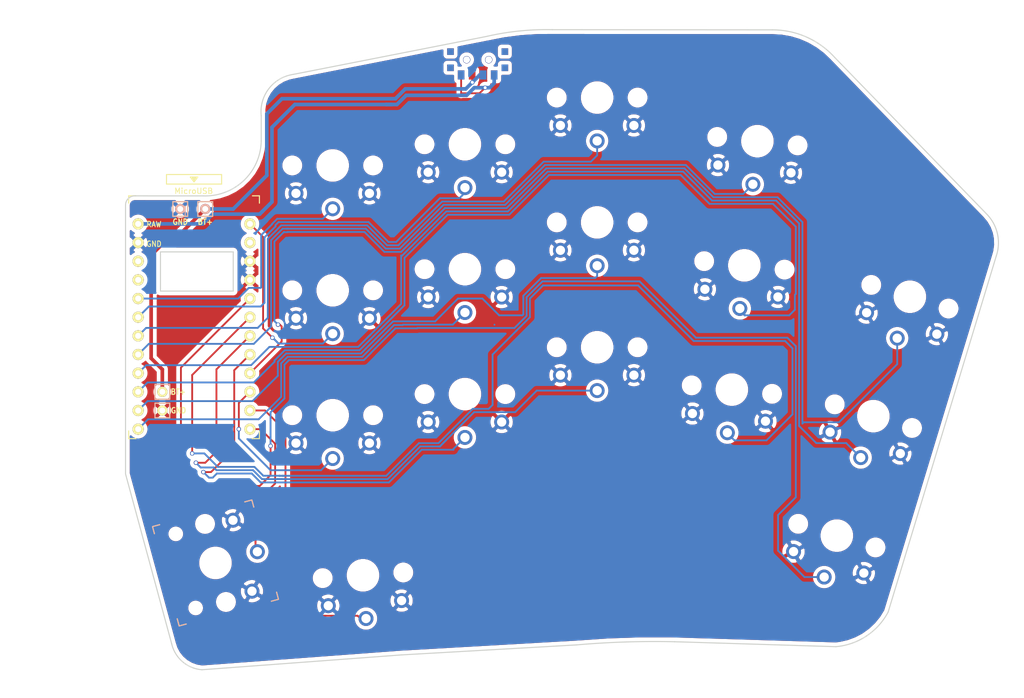
<source format=kicad_pcb>
(kicad_pcb (version 20171130) (host pcbnew "(5.1.10-1-10_14)")
  (title_block (title hypergolic) (date 2020-12-26) (rev 0.1) (company broomlabs))
  (layers (0 F.Cu signal) (31 B.Cu signal) (34 B.Paste user) (35 F.Paste user) (36 B.SilkS user) (37 F.SilkS user) (38 B.Mask user) (39 F.Mask user) (44 Edge.Cuts user))
  (net 0 "")
  (net 1 reset)
  (net 2 BT+)
  (net 3 gnd)
  (net 4 vcc)
  (net 5 Switch18)
  (net 6 Switch1)
  (net 7 Switch2)
  (net 8 Switch3)
  (net 9 Switch4)
  (net 10 Switch5)
  (net 11 Switch6)
  (net 12 Switch7)
  (net 13 Switch8)
  (net 14 Switch9)
  (net 15 Switch10)
  (net 16 Switch11)
  (net 17 Switch12)
  (net 18 Switch13)
  (net 19 Switch14)
  (net 20 Switch15)
  (net 21 Switch16)
  (net 22 Switch17)
  (net 23 "Net-(SW_POWER1-Pad1)")
  (net 24 raw)
  (module kbd:1pin_conn (layer B.Cu) (at 38.506 46.99 180)
    (fp_text reference " " (at 0 -1.651) (layer B.SilkS) (effects (font (size 0.8128 0.8128)) (justify mirror)))
    (fp_text value MountingHole_Pad hide)
    (fp_text user GND (at 0 -1.76) (layer F.SilkS) (effects (font (size 0.75 0.67))))
    (pad 1 thru_hole circle (at 0 0 180) (size 1.397 1.397) (drill 0.8128) (layers *.Cu *.Mask B.SilkS) (net 3 gnd))
  )
  (module Kailh:SW_PG1350_rev_DPB2 (layer B.Cu) (at 77.26 72.189 180)
    (fp_text reference SW17 hide)
    (fp_text value SW_Push hide)
    (pad 2 thru_hole circle (at 5 -3.8 180) (size 2.032 2.032) (drill 1.27) (layers *.Cu *.Mask) (net 3 gnd))
    (pad "" np_thru_hole circle (at 0 0 180) (size 3.429 3.429) (drill 3.429) (layers *.Cu *.Mask))
    (pad 2 thru_hole circle (at -5 -3.8 180) (size 2.032 2.032) (drill 1.27) (layers *.Cu *.Mask) (net 3 gnd))
    (pad 1 thru_hole circle (at 0 -5.9 180) (size 2.032 2.032) (drill 1.27) (layers *.Cu *.Mask) (net 19 Switch14))
    (pad "" np_thru_hole circle (at 5.5 0 180) (size 1.7018 1.7018) (drill 1.7018) (layers *.Cu *.Mask))
    (pad "" np_thru_hole circle (at -5.5 0 180) (size 1.7018 1.7018) (drill 1.7018) (layers *.Cu *.Mask))
  )
  (module Kailh:SW_PG1350_rev_DPB2 (layer B.Cu) (at 59.26 58.064 180)
    (fp_text reference SW12 hide)
    (fp_text value SW_Push hide)
    (pad 2 thru_hole circle (at 5 -3.8 180) (size 2.032 2.032) (drill 1.27) (layers *.Cu *.Mask) (net 3 gnd))
    (pad "" np_thru_hole circle (at 0 0 180) (size 3.429 3.429) (drill 3.429) (layers *.Cu *.Mask))
    (pad 2 thru_hole circle (at -5 -3.8 180) (size 2.032 2.032) (drill 1.27) (layers *.Cu *.Mask) (net 3 gnd))
    (pad 1 thru_hole circle (at 0 -5.9 180) (size 2.032 2.032) (drill 1.27) (layers *.Cu *.Mask) (net 15 Switch10))
    (pad "" np_thru_hole circle (at 5.5 0 180) (size 1.7018 1.7018) (drill 1.7018) (layers *.Cu *.Mask))
    (pad "" np_thru_hole circle (at -5.5 0 180) (size 1.7018 1.7018) (drill 1.7018) (layers *.Cu *.Mask))
  )
  (module Kailh:SW_PG1350_rev_DPB2 (layer B.Cu) (at 59.26 75.064 180)
    (fp_text reference SW18 hide)
    (fp_text value SW_Push hide)
    (pad 2 thru_hole circle (at 5 -3.8 180) (size 2.032 2.032) (drill 1.27) (layers *.Cu *.Mask) (net 3 gnd))
    (pad "" np_thru_hole circle (at 0 0 180) (size 3.429 3.429) (drill 3.429) (layers *.Cu *.Mask))
    (pad 2 thru_hole circle (at -5 -3.8 180) (size 2.032 2.032) (drill 1.27) (layers *.Cu *.Mask) (net 3 gnd))
    (pad 1 thru_hole circle (at 0 -5.9 180) (size 2.032 2.032) (drill 1.27) (layers *.Cu *.Mask) (net 20 Switch15))
    (pad "" np_thru_hole circle (at 5.5 0 180) (size 1.7018 1.7018) (drill 1.7018) (layers *.Cu *.Mask))
    (pad "" np_thru_hole circle (at -5.5 0 180) (size 1.7018 1.7018) (drill 1.7018) (layers *.Cu *.Mask))
  )
  (module Kailh:SW_PG1350_rev_DPB2 (layer B.Cu) (at 117.073725 37.758733 174)
    (fp_text reference SW3 hide)
    (fp_text value SW_Push hide)
    (pad 2 thru_hole circle (at 5 -3.8 174) (size 2.032 2.032) (drill 1.27) (layers *.Cu *.Mask) (net 3 gnd))
    (pad "" np_thru_hole circle (at 0 0 174) (size 3.429 3.429) (drill 3.429) (layers *.Cu *.Mask))
    (pad 2 thru_hole circle (at -5 -3.8 174) (size 2.032 2.032) (drill 1.27) (layers *.Cu *.Mask) (net 3 gnd))
    (pad 1 thru_hole circle (at 0 -5.9 174) (size 2.032 2.032) (drill 1.27) (layers *.Cu *.Mask) (net 7 Switch2))
    (pad "" np_thru_hole circle (at 5.5 0 174) (size 1.7018 1.7018) (drill 1.7018) (layers *.Cu *.Mask))
    (pad "" np_thru_hole circle (at -5.5 0 174) (size 1.7018 1.7018) (drill 1.7018) (layers *.Cu *.Mask))
  )
  (module Kailh:SW_PG1350_rev_DPB2 (layer B.Cu) (at 63.383714 96.856146 184)
    (fp_text reference SW20 hide)
    (fp_text value SW_Push hide)
    (pad 2 thru_hole circle (at 5 -3.8 184) (size 2.032 2.032) (drill 1.27) (layers *.Cu *.Mask) (net 3 gnd))
    (pad "" np_thru_hole circle (at 0 0 184) (size 3.429 3.429) (drill 3.429) (layers *.Cu *.Mask))
    (pad 2 thru_hole circle (at -5 -3.8 184) (size 2.032 2.032) (drill 1.27) (layers *.Cu *.Mask) (net 3 gnd))
    (pad 1 thru_hole circle (at 0 -5.9 184) (size 2.032 2.032) (drill 1.27) (layers *.Cu *.Mask) (net 21 Switch16))
    (pad "" np_thru_hole circle (at 5.5 0 184) (size 1.7018 1.7018) (drill 1.7018) (layers *.Cu *.Mask))
    (pad "" np_thru_hole circle (at -5.5 0 184) (size 1.7018 1.7018) (drill 1.7018) (layers *.Cu *.Mask))
  )
  (module Kailh:SW_PG1350_rev_DPB2 (layer B.Cu) (at 95.26 65.814 180)
    (fp_text reference SW16 hide)
    (fp_text value SW_Push hide)
    (pad 2 thru_hole circle (at 5 -3.8 180) (size 2.032 2.032) (drill 1.27) (layers *.Cu *.Mask) (net 3 gnd))
    (pad "" np_thru_hole circle (at 0 0 180) (size 3.429 3.429) (drill 3.429) (layers *.Cu *.Mask))
    (pad 2 thru_hole circle (at -5 -3.8 180) (size 2.032 2.032) (drill 1.27) (layers *.Cu *.Mask) (net 3 gnd))
    (pad 1 thru_hole circle (at 0 -5.9 180) (size 2.032 2.032) (drill 1.27) (layers *.Cu *.Mask) (net 18 Switch13))
    (pad "" np_thru_hole circle (at 5.5 0 180) (size 1.7018 1.7018) (drill 1.7018) (layers *.Cu *.Mask))
    (pad "" np_thru_hole circle (at -5.5 0 180) (size 1.7018 1.7018) (drill 1.7018) (layers *.Cu *.Mask))
  )
  (module Kailh:SW_PG1350_rev_DPB2 (layer B.Cu) (at 113.599306 71.577387 174)
    (fp_text reference SW15 hide)
    (fp_text value SW_Push hide)
    (pad 2 thru_hole circle (at 5 -3.8 174) (size 2.032 2.032) (drill 1.27) (layers *.Cu *.Mask) (net 3 gnd))
    (pad "" np_thru_hole circle (at 0 0 174) (size 3.429 3.429) (drill 3.429) (layers *.Cu *.Mask))
    (pad 2 thru_hole circle (at -5 -3.8 174) (size 2.032 2.032) (drill 1.27) (layers *.Cu *.Mask) (net 3 gnd))
    (pad 1 thru_hole circle (at 0 -5.9 174) (size 2.032 2.032) (drill 1.27) (layers *.Cu *.Mask) (net 17 Switch12))
    (pad "" np_thru_hole circle (at 5.5 0 174) (size 1.7018 1.7018) (drill 1.7018) (layers *.Cu *.Mask))
    (pad "" np_thru_hole circle (at -5.5 0 174) (size 1.7018 1.7018) (drill 1.7018) (layers *.Cu *.Mask))
  )
  (module Kailh:SW_PG1350_rev_DPB2 (layer B.Cu) (at 77.26 55.184 180)
    (fp_text reference SW11 hide)
    (fp_text value SW_Push hide)
    (pad 2 thru_hole circle (at 5 -3.8 180) (size 2.032 2.032) (drill 1.27) (layers *.Cu *.Mask) (net 3 gnd))
    (pad "" np_thru_hole circle (at 0 0 180) (size 3.429 3.429) (drill 3.429) (layers *.Cu *.Mask))
    (pad 2 thru_hole circle (at -5 -3.8 180) (size 2.032 2.032) (drill 1.27) (layers *.Cu *.Mask) (net 3 gnd))
    (pad 1 thru_hole circle (at 0 -5.9 180) (size 2.032 2.032) (drill 1.27) (layers *.Cu *.Mask) (net 14 Switch9))
    (pad "" np_thru_hole circle (at 5.5 0 180) (size 1.7018 1.7018) (drill 1.7018) (layers *.Cu *.Mask))
    (pad "" np_thru_hole circle (at -5.5 0 180) (size 1.7018 1.7018) (drill 1.7018) (layers *.Cu *.Mask))
  )
  (module Kailh:SW_PG1350_rev_DPB2 (layer B.Cu) (at 95.26 48.814 180)
    (fp_text reference SW10 hide)
    (fp_text value SW_Push hide)
    (pad 2 thru_hole circle (at 5 -3.8 180) (size 2.032 2.032) (drill 1.27) (layers *.Cu *.Mask) (net 3 gnd))
    (pad "" np_thru_hole circle (at 0 0 180) (size 3.429 3.429) (drill 3.429) (layers *.Cu *.Mask))
    (pad 2 thru_hole circle (at -5 -3.8 180) (size 2.032 2.032) (drill 1.27) (layers *.Cu *.Mask) (net 3 gnd))
    (pad 1 thru_hole circle (at 0 -5.9 180) (size 2.032 2.032) (drill 1.27) (layers *.Cu *.Mask) (net 13 Switch8))
    (pad "" np_thru_hole circle (at 5.5 0 180) (size 1.7018 1.7018) (drill 1.7018) (layers *.Cu *.Mask))
    (pad "" np_thru_hole circle (at -5.5 0 180) (size 1.7018 1.7018) (drill 1.7018) (layers *.Cu *.Mask))
  )
  (module Kailh:SW_PG1350_rev_DPB2 (layer B.Cu) (at 115.296801 54.665619 174)
    (fp_text reference SW9 hide)
    (fp_text value SW_Push hide)
    (pad 2 thru_hole circle (at 5 -3.8 174) (size 2.032 2.032) (drill 1.27) (layers *.Cu *.Mask) (net 3 gnd))
    (pad "" np_thru_hole circle (at 0 0 174) (size 3.429 3.429) (drill 3.429) (layers *.Cu *.Mask))
    (pad 2 thru_hole circle (at -5 -3.8 174) (size 2.032 2.032) (drill 1.27) (layers *.Cu *.Mask) (net 3 gnd))
    (pad 1 thru_hole circle (at 0 -5.9 174) (size 2.032 2.032) (drill 1.27) (layers *.Cu *.Mask) (net 12 Switch7))
    (pad "" np_thru_hole circle (at 5.5 0 174) (size 1.7018 1.7018) (drill 1.7018) (layers *.Cu *.Mask))
    (pad "" np_thru_hole circle (at -5.5 0 174) (size 1.7018 1.7018) (drill 1.7018) (layers *.Cu *.Mask))
  )
  (module Kailh:SW_PG1350_rev_DPB2 (layer B.Cu) (at 77.26 38.184 180)
    (fp_text reference SW5 hide)
    (fp_text value SW_Push hide)
    (pad 2 thru_hole circle (at 5 -3.8 180) (size 2.032 2.032) (drill 1.27) (layers *.Cu *.Mask) (net 3 gnd))
    (pad "" np_thru_hole circle (at 0 0 180) (size 3.429 3.429) (drill 3.429) (layers *.Cu *.Mask))
    (pad 2 thru_hole circle (at -5 -3.8 180) (size 2.032 2.032) (drill 1.27) (layers *.Cu *.Mask) (net 3 gnd))
    (pad 1 thru_hole circle (at 0 -5.9 180) (size 2.032 2.032) (drill 1.27) (layers *.Cu *.Mask) (net 9 Switch4))
    (pad "" np_thru_hole circle (at 5.5 0 180) (size 1.7018 1.7018) (drill 1.7018) (layers *.Cu *.Mask))
    (pad "" np_thru_hole circle (at -5.5 0 180) (size 1.7018 1.7018) (drill 1.7018) (layers *.Cu *.Mask))
  )
  (module Kailh:SW_PG1350_rev_DPB2 (layer B.Cu) (at 95.26 31.824 180)
    (fp_text reference SW4 hide)
    (fp_text value SW_Push hide)
    (pad 2 thru_hole circle (at 5 -3.8 180) (size 2.032 2.032) (drill 1.27) (layers *.Cu *.Mask) (net 3 gnd))
    (pad "" np_thru_hole circle (at 0 0 180) (size 3.429 3.429) (drill 3.429) (layers *.Cu *.Mask))
    (pad 2 thru_hole circle (at -5 -3.8 180) (size 2.032 2.032) (drill 1.27) (layers *.Cu *.Mask) (net 3 gnd))
    (pad 1 thru_hole circle (at 0 -5.9 180) (size 2.032 2.032) (drill 1.27) (layers *.Cu *.Mask) (net 8 Switch3))
    (pad "" np_thru_hole circle (at 5.5 0 180) (size 1.7018 1.7018) (drill 1.7018) (layers *.Cu *.Mask))
    (pad "" np_thru_hole circle (at -5.5 0 180) (size 1.7018 1.7018) (drill 1.7018) (layers *.Cu *.Mask))
  )
  (module Kailh:SW_PG1350_rev_DPB2 (layer B.Cu) (at 59.26 41.064 180)
    (fp_text reference SW6 hide)
    (fp_text value SW_Push hide)
    (pad 2 thru_hole circle (at 5 -3.8 180) (size 2.032 2.032) (drill 1.27) (layers *.Cu *.Mask) (net 3 gnd))
    (pad "" np_thru_hole circle (at 0 0 180) (size 3.429 3.429) (drill 3.429) (layers *.Cu *.Mask))
    (pad 2 thru_hole circle (at -5 -3.8 180) (size 2.032 2.032) (drill 1.27) (layers *.Cu *.Mask) (net 3 gnd))
    (pad 1 thru_hole circle (at 0 -5.9 180) (size 2.032 2.032) (drill 1.27) (layers *.Cu *.Mask) (net 10 Switch5))
    (pad "" np_thru_hole circle (at 5.5 0 180) (size 1.7018 1.7018) (drill 1.7018) (layers *.Cu *.Mask))
    (pad "" np_thru_hole circle (at -5.5 0 180) (size 1.7018 1.7018) (drill 1.7018) (layers *.Cu *.Mask))
  )
  (module Kailh:SW_PG1350_rev_DPB2 (layer B.Cu) (at 127.888988 91.454224 163)
    (fp_text reference SW14 hide)
    (fp_text value SW_Push hide)
    (pad 2 thru_hole circle (at 5 -3.8 163) (size 2.032 2.032) (drill 1.27) (layers *.Cu *.Mask) (net 3 gnd))
    (pad "" np_thru_hole circle (at 0 0 163) (size 3.429 3.429) (drill 3.429) (layers *.Cu *.Mask))
    (pad 2 thru_hole circle (at -5 -3.8 163) (size 2.032 2.032) (drill 1.27) (layers *.Cu *.Mask) (net 3 gnd))
    (pad 1 thru_hole circle (at 0 -5.9 163) (size 2.032 2.032) (drill 1.27) (layers *.Cu *.Mask) (net 16 Switch11))
    (pad "" np_thru_hole circle (at 5.5 0 163) (size 1.7018 1.7018) (drill 1.7018) (layers *.Cu *.Mask))
    (pad "" np_thru_hole circle (at -5.5 0 163) (size 1.7018 1.7018) (drill 1.7018) (layers *.Cu *.Mask))
  )
  (module Kailh:SW_PG1350_rev_DPB2 (layer B.Cu) (at 132.860751 75.192229 163)
    (fp_text reference SW8 hide)
    (fp_text value SW_Push hide)
    (pad 2 thru_hole circle (at 5 -3.8 163) (size 2.032 2.032) (drill 1.27) (layers *.Cu *.Mask) (net 3 gnd))
    (pad "" np_thru_hole circle (at 0 0 163) (size 3.429 3.429) (drill 3.429) (layers *.Cu *.Mask))
    (pad 2 thru_hole circle (at -5 -3.8 163) (size 2.032 2.032) (drill 1.27) (layers *.Cu *.Mask) (net 3 gnd))
    (pad 1 thru_hole circle (at 0 -5.9 163) (size 2.032 2.032) (drill 1.27) (layers *.Cu *.Mask) (net 11 Switch6))
    (pad "" np_thru_hole circle (at 5.5 0 163) (size 1.7018 1.7018) (drill 1.7018) (layers *.Cu *.Mask))
    (pad "" np_thru_hole circle (at -5.5 0 163) (size 1.7018 1.7018) (drill 1.7018) (layers *.Cu *.Mask))
  )
  (module Kailh:SW_PG1350_rev_DPB2 (layer B.Cu) (at 137.831046 58.935086 163)
    (fp_text reference SW2 hide)
    (fp_text value SW_Push hide)
    (pad 2 thru_hole circle (at 5 -3.8 163) (size 2.032 2.032) (drill 1.27) (layers *.Cu *.Mask) (net 3 gnd))
    (pad "" np_thru_hole circle (at 0 0 163) (size 3.429 3.429) (drill 3.429) (layers *.Cu *.Mask))
    (pad 2 thru_hole circle (at -5 -3.8 163) (size 2.032 2.032) (drill 1.27) (layers *.Cu *.Mask) (net 3 gnd))
    (pad 1 thru_hole circle (at 0 -5.9 163) (size 2.032 2.032) (drill 1.27) (layers *.Cu *.Mask) (net 6 Switch1))
    (pad "" np_thru_hole circle (at 5.5 0 163) (size 1.7018 1.7018) (drill 1.7018) (layers *.Cu *.Mask))
    (pad "" np_thru_hole circle (at -5.5 0 163) (size 1.7018 1.7018) (drill 1.7018) (layers *.Cu *.Mask))
  )
  (module Kailh:SW_PG1350_15_reversible_b2 (layer B.Cu) (at 43.306288 95.174258 285)
    (fp_text reference SW21 hide)
    (fp_text value SW_Push hide)
    (pad "" np_thru_hole circle (at -5.5 0 285) (size 1.7018 1.7018) (drill 1.7018) (layers *.Cu *.Mask))
    (pad "" np_thru_hole circle (at 5.5 0 285) (size 1.7018 1.7018) (drill 1.7018) (layers *.Cu *.Mask))
    (pad "" np_thru_hole circle (at 5.22 4.2 285) (size 0.9906 0.9906) (drill 0.9906) (layers *.Cu *.Mask))
    (pad 1 thru_hole circle (at 0 -5.9 285) (size 2.032 2.032) (drill 1.27) (layers *.Cu *.Mask) (net 22 Switch17))
    (pad 2 thru_hole circle (at -5 -3.8 285) (size 2.032 2.032) (drill 1.27) (layers *.Cu *.Mask) (net 3 gnd))
    (pad "" np_thru_hole circle (at 0 0 285) (size 3.429 3.429) (drill 3.429) (layers *.Cu *.Mask))
    (pad 2 thru_hole circle (at 5 -3.8 285) (size 2.032 2.032) (drill 1.27) (layers *.Cu *.Mask) (net 3 gnd))
    (pad "" np_thru_hole circle (at -5.22 4.2 285) (size 0.9906 0.9906) (drill 0.9906) (layers *.Cu *.Mask))
  )
  (module Kailh:SPDT_C128955r (layer F.Cu) (at 78.994 26.67)
    (fp_text reference " " (at 0 -1) (layer F.SilkS))
    (fp_text value SW_SPDT)
    (pad 2 smd rect (at -0.75 2.075) (size 0.9 1.25) (layers F.Cu F.Paste F.Mask) (net 2 BT+))
    (pad 3 smd rect (at -2.25 2.075) (size 0.9 1.25) (layers F.Cu F.Paste F.Mask) (net 24 raw))
    (pad 1 smd rect (at 2.25 2.075) (size 0.9 1.25) (layers F.Cu F.Paste F.Mask))
    (pad 0 smd rect (at 3.7 -1.1) (size 0.9 0.9) (layers F.Cu F.Paste F.Mask))
    (pad 0 smd rect (at 3.7 1.1) (size 0.9 0.9) (layers F.Cu F.Paste F.Mask))
    (pad 0 smd rect (at -3.7 1.1) (size 0.9 0.9) (layers F.Cu F.Paste F.Mask))
    (pad 0 smd rect (at -3.7 -1.1) (size 0.9 0.9) (layers F.Cu F.Paste F.Mask))
  )
  (module kbd:1pin_conn (layer F.Cu) (at 36.068 71.882)
    (fp_text reference BT+ (at 2.162 0) (layer F.SilkS) (effects (font (size 0.75 0.67))))
    (fp_text value Val** hide)
    (fp_text user " " (at 0 1.651) (layer B.SilkS) (effects (font (size 0.8128 0.8128)) (justify mirror)))
    (pad 1 thru_hole circle (at 0 0) (size 1.397 1.397) (drill 0.8128) (layers *.Cu *.Mask F.SilkS) (net 2 BT+))
  )
  (module kbd:1pin_conn (layer F.Cu) (at 36.068 74.422)
    (fp_text reference GND (at 2.202 0) (layer F.SilkS) (effects (font (size 0.75 0.67))))
    (fp_text value MountingHole_Pad hide)
    (fp_text user " " (at 0 1.651) (layer B.SilkS) (effects (font (size 0.8128 0.8128)) (justify mirror)))
    (pad 1 thru_hole circle (at 0 0) (size 1.397 1.397) (drill 0.8128) (layers *.Cu *.Mask F.SilkS) (net 3 gnd))
  )
  (module kbd:ProMicro_DPB (layer F.Cu) (at 40.386 63.5)
    (fp_text reference U1 hide)
    (fp_text value ProMicro-kbd hide)
    (fp_text user MicroUSB (at -0.05 -18.95) (layer F.SilkS) (effects (font (size 0.75 0.75) (thickness 0.12))))
    (fp_text user RAW (at -5.456 -14.42 unlocked) (layer F.SilkS) (effects (font (size 0.75 0.67) (thickness 0.125))))
    (fp_text user GND (at -5.456 -11.75 unlocked) (layer F.SilkS) (effects (font (size 0.75 0.67) (thickness 0.125))))
    (fp_text user "" (at -0.545 -17.4) (layer F.SilkS))
    (fp_text user "" (at -1.2515 -16.256) (layer B.SilkS) (effects (justify mirror)))
    (fp_text user | (at -1.2065 -16.256) (layer B.SilkS) (effects (justify mirror)))
    (pad 1 thru_hole circle (at 7.6114 -14.478) (size 1.524 1.524) (drill 0.8128) (layers *.Cu *.Mask F.SilkS) (net 15 Switch10))
    (pad 2 thru_hole circle (at 7.6114 -11.938) (size 1.524 1.524) (drill 0.8128) (layers *.Cu *.Mask F.SilkS) (net 5 Switch18))
    (pad 3 thru_hole circle (at 7.6114 -9.398) (size 1.524 1.524) (drill 0.8128) (layers *.Cu *.Mask F.SilkS) (net 3 gnd))
    (pad 4 thru_hole circle (at 7.6114 -6.858) (size 1.524 1.524) (drill 0.8128) (layers *.Cu *.Mask F.SilkS) (net 3 gnd))
    (pad 5 thru_hole circle (at 7.6114 -4.318) (size 1.524 1.524) (drill 0.8128) (layers *.Cu *.Mask F.SilkS) (net 16 Switch11))
    (pad 6 thru_hole circle (at 7.6114 -1.778) (size 1.524 1.524) (drill 0.8128) (layers *.Cu *.Mask F.SilkS) (net 17 Switch12))
    (pad 7 thru_hole circle (at 7.6114 0.762) (size 1.524 1.524) (drill 0.8128) (layers *.Cu *.Mask F.SilkS) (net 18 Switch13))
    (pad 8 thru_hole circle (at 7.6114 3.302) (size 1.524 1.524) (drill 0.8128) (layers *.Cu *.Mask F.SilkS) (net 19 Switch14))
    (pad 9 thru_hole circle (at 7.6114 5.842) (size 1.524 1.524) (drill 0.8128) (layers *.Cu *.Mask F.SilkS) (net 6 Switch1))
    (pad 10 thru_hole circle (at 7.6114 8.382) (size 1.524 1.524) (drill 0.8128) (layers *.Cu *.Mask F.SilkS) (net 20 Switch15))
    (pad 11 thru_hole circle (at 7.6114 10.922) (size 1.524 1.524) (drill 0.8128) (layers *.Cu *.Mask F.SilkS) (net 21 Switch16))
    (pad 12 thru_hole circle (at 7.6114 13.462) (size 1.524 1.524) (drill 0.8128) (layers *.Cu *.Mask F.SilkS) (net 22 Switch17))
    (pad 13 thru_hole circle (at -7.6086 13.462) (size 1.524 1.524) (drill 0.8128) (layers *.Cu *.Mask F.SilkS) (net 14 Switch9))
    (pad 14 thru_hole circle (at -7.6086 10.922) (size 1.524 1.524) (drill 0.8128) (layers *.Cu *.Mask F.SilkS) (net 13 Switch8))
    (pad 15 thru_hole circle (at -7.6086 8.382) (size 1.524 1.524) (drill 0.8128) (layers *.Cu *.Mask F.SilkS) (net 12 Switch7))
    (pad 16 thru_hole circle (at -7.6086 5.842) (size 1.524 1.524) (drill 0.8128) (layers *.Cu *.Mask F.SilkS) (net 11 Switch6))
    (pad 17 thru_hole circle (at -7.6086 3.302) (size 1.524 1.524) (drill 0.8128) (layers *.Cu *.Mask F.SilkS) (net 7 Switch2))
    (pad 18 thru_hole circle (at -7.6086 0.762) (size 1.524 1.524) (drill 0.8128) (layers *.Cu *.Mask F.SilkS) (net 8 Switch3))
    (pad 19 thru_hole circle (at -7.6086 -1.778) (size 1.524 1.524) (drill 0.8128) (layers *.Cu *.Mask F.SilkS) (net 9 Switch4))
    (pad 20 thru_hole circle (at -7.6086 -4.318) (size 1.524 1.524) (drill 0.8128) (layers *.Cu *.Mask F.SilkS) (net 10 Switch5))
    (pad 21 thru_hole circle (at -7.6086 -6.858) (size 1.524 1.524) (drill 0.8128) (layers *.Cu *.Mask F.SilkS) (net 4 vcc))
    (pad 22 thru_hole circle (at -7.6086 -9.398) (size 1.524 1.524) (drill 0.8128) (layers *.Cu *.Mask F.SilkS) (net 1 reset))
    (pad 23 thru_hole circle (at -7.6086 -11.938) (size 1.524 1.524) (drill 0.8128) (layers *.Cu *.Mask F.SilkS) (net 3 gnd))
    (pad 24 thru_hole circle (at -7.6086 -14.478) (size 1.524 1.524) (drill 0.8128) (layers *.Cu *.Mask F.SilkS) (net 24 raw))
  )
  (module kbd:1pin_conn (layer B.Cu) (at 41.91 46.99 180)
    (fp_text reference " " (at 0 -1.651) (layer B.SilkS) (effects (font (size 0.8128 0.8128)) (justify mirror)))
    (fp_text value Val** hide)
    (fp_text user BT+ (at 0 -1.76) (layer F.SilkS) (effects (font (size 0.75 0.67))))
    (pad 1 thru_hole circle (at 0 0 180) (size 1.397 1.397) (drill 0.8128) (layers *.Cu *.Mask B.SilkS) (net 2 BT+))
  )
  (module Kailh:SPDT_C128955 (layer B.Cu) (at 78.994 26.67 180)
    (fp_text reference " " (at 0 1) (layer B.SilkS) (effects (justify mirror)))
    (fp_text value SW_SPDT)
    (pad 0 smd rect (at -3.7 1.1 180) (size 0.9 0.9) (layers B.Cu B.Paste B.Mask))
    (pad 0 smd rect (at -3.7 -1.1 180) (size 0.9 0.9) (layers B.Cu B.Paste B.Mask))
    (pad 0 smd rect (at 3.7 -1.1 180) (size 0.9 0.9) (layers B.Cu B.Paste B.Mask))
    (pad 0 smd rect (at 3.7 1.1 180) (size 0.9 0.9) (layers B.Cu B.Paste B.Mask))
    (pad 1 smd rect (at 2.25 -2.075 180) (size 0.9 1.25) (layers B.Cu B.Paste B.Mask) (net 23 "Net-(SW_POWER1-Pad1)"))
    (pad 3 smd rect (at -2.25 -2.075 180) (size 0.9 1.25) (layers B.Cu B.Paste B.Mask) (net 24 raw))
    (pad 2 smd rect (at -0.75 -2.075 180) (size 0.9 1.25) (layers B.Cu B.Paste B.Mask) (net 2 BT+))
    (pad "" np_thru_hole circle (at -1.5 0 180) (size 1 1) (drill 0.9) (layers *.Cu *.Mask))
    (pad "" np_thru_hole circle (at 1.5 0 180) (size 1 1) (drill 0.9) (layers *.Cu *.Mask))
  )
  (gr_line (start 45.72 52.832) (end 35.814 52.832) (layer Edge.Cuts) (width 0.15))
  (gr_line (start 45.72 58.166) (end 45.72 52.832) (layer Edge.Cuts) (width 0.15))
  (gr_line (start 35.814 58.166) (end 45.72 58.166) (layer Edge.Cuts) (width 0.15))
  (gr_line (start 35.814 52.832) (end 35.814 58.166) (layer Edge.Cuts) (width 0.15))
  (gr_line (start 68.58 107.696) (end 41.468179 109.712721) (layer Edge.Cuts) (width 0.15))
  (gr_line (start 92.447796 106.331441) (end 68.58 107.696) (layer Edge.Cuts) (width 0.15))
  (gr_arc (start 41.80488 105.140721) (end 41.468179 109.712721) (angle 72.78788107) (layer Edge.Cuts) (width 0.15))
  (gr_arc (start 88.368079 58.96879) (end 80.226393 23.495399) (angle 14.16454563) (layer Edge.Cuts) (width 0.15))
  (gr_arc (start 103.100718 229.109279) (end 105.808454 105.899903) (angle -6.21786713) (layer Edge.Cuts) (width 0.15))
  (gr_line (start 37.338 106.172) (end 31.05832 83.058) (angle 90) (layer Edge.Cuts) (width 0.15))
  (gr_line (start 89.154528 22.581567) (end 119.126 22.606) (angle 90) (layer Edge.Cuts) (width 0.15))
  (gr_line (start 127.752953 106.574416) (end 105.808454 105.899903) (layer Edge.Cuts) (width 0.15))
  (gr_arc (start 41.91 37.59061) (end 49.53 37.736151) (angle 90.81459567) (layer Edge.Cuts) (width 0.15))
  (gr_arc (start 54.627507 33.74391) (end 49.53 34.29) (angle 87.32605082) (layer Edge.Cuts) (width 0.15))
  (gr_arc (start 126.992097 97.695133) (end 134.874 101.854) (angle 57.28409331) (layer Edge.Cuts) (width 0.15))
  (gr_line (start 127.583515 26.34735) (end 148.254161 47.64932) (angle 90) (layer Edge.Cuts) (width 0.15))
  (gr_arc (start 144.313701 51.591296) (end 148.254161 47.64932) (angle 63.29582795) (layer Edge.Cuts) (width 0.15))
  (gr_line (start 49.53 37.736151) (end 49.53 34.29) (angle 90) (layer Edge.Cuts) (width 0.15))
  (gr_arc (start 32.32832 46.472) (end 31.05832 46.482) (angle 94.05555909) (layer Edge.Cuts) (width 0.15))
  (gr_arc (start 119.126 34.036) (end 119.126 22.606) (angle 47.72631099) (layer Edge.Cuts) (width 0.15))
  (gr_line (start 32.408164 45.204473) (end 41.656141 45.207771) (angle 90) (layer Edge.Cuts) (width 0.15))
  (gr_line (start 149.606 53.34) (end 134.874 101.854) (angle 90) (layer Edge.Cuts) (width 0.15))
  (gr_line (start 31.05832 83.058) (end 31.05832 46.482) (angle 90) (layer Edge.Cuts) (width 0.15))
  (gr_line (start 53.844201 28.67743) (end 80.226393 23.495399) (angle 90) (layer Edge.Cuts) (width 0.15))
  (segment (start 81.28 62.738) (end 81.279998 62.737998) (width 0.25) (layer B.Cu) (net 0))
  (segment (start 32.7774 54.102) (end 32.908782 54.102) (width 0.25) (layer F.Cu) (net 1))
  (segment (start 79.273666 28.745) (end 79.744 28.745) (width 0.5) (layer B.Cu) (net 2))
  (segment (start 77.377333 30.641333) (end 78.266333 29.752333) (width 0.5) (layer B.Cu) (net 2))
  (segment (start 69.140647 30.641333) (end 77.377333 30.641333) (width 0.5) (layer B.Cu) (net 2))
  (segment (start 52.34401 31.98399) (end 67.79799 31.98399) (width 0.5) (layer B.Cu) (net 2))
  (segment (start 50.292 34.036) (end 52.34401 31.98399) (width 0.5) (layer B.Cu) (net 2))
  (segment (start 67.79799 31.98399) (end 69.140647 30.641333) (width 0.5) (layer B.Cu) (net 2))
  (segment (start 45.72 46.99) (end 50.292 42.418) (width 0.5) (layer B.Cu) (net 2))
  (segment (start 41.91 46.99) (end 45.72 46.99) (width 0.5) (layer B.Cu) (net 2))
  (segment (start 50.292 42.418) (end 50.292 34.036) (width 0.5) (layer B.Cu) (net 2))
  (segment (start 78.266333 29.752333) (end 79.273666 28.745) (width 0.5) (layer B.Cu) (net 2))
  (via (at 78.266333 29.752333) (size 0.6) (drill 0.4) (layers F.Cu B.Cu) (net 2))
  (segment (start 78.266333 28.767333) (end 78.244 28.745) (width 0.25) (layer F.Cu) (net 2))
  (segment (start 78.266333 29.752333) (end 78.266333 28.767333) (width 0.25) (layer F.Cu) (net 2))
  (segment (start 36.068 68.834) (end 36.068 71.882) (width 0.5) (layer F.Cu) (net 2))
  (segment (start 34.544 67.31) (end 36.068 68.834) (width 0.5) (layer F.Cu) (net 2))
  (segment (start 34.544 53.279968) (end 34.544 67.31) (width 0.5) (layer F.Cu) (net 2))
  (segment (start 36.261968 51.562) (end 34.544 53.279968) (width 0.5) (layer F.Cu) (net 2))
  (segment (start 36.322 51.562) (end 36.261968 51.562) (width 0.5) (layer F.Cu) (net 2))
  (segment (start 36.449 51.435) (end 36.322 51.562) (width 0.5) (layer F.Cu) (net 2))
  (segment (start 37.465 51.435) (end 36.449 51.435) (width 0.5) (layer F.Cu) (net 2))
  (segment (start 41.91 46.99) (end 37.465 51.435) (width 0.5) (layer F.Cu) (net 2))
  (via (at 51.816 62.738) (size 0.6) (drill 0.4) (layers F.Cu B.Cu) (net 6))
  (segment (start 52.3154 65.024) (end 47.9974 69.342) (width 0.25) (layer F.Cu) (net 6))
  (segment (start 51.816 62.738) (end 51.32434 62.24634) (width 0.25) (layer B.Cu) (net 6))
  (segment (start 52.07 62.738) (end 52.3154 62.9834) (width 0.25) (layer F.Cu) (net 6))
  (segment (start 51.816 62.738) (end 52.07 62.738) (width 0.25) (layer F.Cu) (net 6))
  (segment (start 52.3154 62.9834) (end 52.3154 65.024) (width 0.25) (layer F.Cu) (net 6))
  (segment (start 51.32434 52.56166) (end 51.32434 52.30766) (width 0.25) (layer B.Cu) (net 6))
  (segment (start 51.32434 62.24634) (end 51.32434 52.56166) (width 0.25) (layer B.Cu) (net 6))
  (segment (start 128.192672 76.023328) (end 136.106053 68.109947) (width 0.25) (layer B.Cu) (net 6))
  (segment (start 123.377692 76.023328) (end 128.192672 76.023328) (width 0.25) (layer B.Cu) (net 6))
  (segment (start 111.081771 45.391837) (end 119.813838 45.391838) (width 0.25) (layer B.Cu) (net 6))
  (segment (start 107.139967 41.450033) (end 111.081771 45.391837) (width 0.25) (layer B.Cu) (net 6))
  (segment (start 51.32434 52.56166) (end 51.32434 51.42289) (width 0.25) (layer B.Cu) (net 6))
  (segment (start 52.662835 50.122835) (end 52.688959 50.148959) (width 0.25) (layer B.Cu) (net 6))
  (segment (start 51.32434 51.42289) (end 52.624395 50.122835) (width 0.25) (layer B.Cu) (net 6))
  (segment (start 52.624395 50.122835) (end 52.662835 50.122835) (width 0.25) (layer B.Cu) (net 6))
  (segment (start 107.13001 41.45999) (end 107.139967 41.450033) (width 0.25) (layer B.Cu) (net 6))
  (segment (start 52.688959 50.148959) (end 53.103451 50.148959) (width 0.25) (layer B.Cu) (net 6))
  (segment (start 63.584835 50.122835) (end 66.294 52.832) (width 0.25) (layer B.Cu) (net 6))
  (segment (start 136.106053 68.109947) (end 136.106053 64.577284) (width 0.25) (layer B.Cu) (net 6))
  (segment (start 82.9228 46.87402) (end 88.33683 41.45999) (width 0.25) (layer B.Cu) (net 6))
  (segment (start 123.20102 48.77902) (end 123.20102 76.2) (width 0.25) (layer B.Cu) (net 6))
  (segment (start 53.103451 50.148959) (end 53.129575 50.122835) (width 0.25) (layer B.Cu) (net 6))
  (segment (start 53.129575 50.122835) (end 63.584835 50.122835) (width 0.25) (layer B.Cu) (net 6))
  (segment (start 119.813838 45.391838) (end 123.20102 48.77902) (width 0.25) (layer B.Cu) (net 6))
  (segment (start 66.294 52.832) (end 68.57718 52.832) (width 0.25) (layer B.Cu) (net 6))
  (segment (start 123.20102 76.2) (end 123.377692 76.023328) (width 0.25) (layer B.Cu) (net 6))
  (segment (start 68.57718 52.832) (end 74.53516 46.87402) (width 0.25) (layer B.Cu) (net 6))
  (segment (start 74.53516 46.87402) (end 82.9228 46.87402) (width 0.25) (layer B.Cu) (net 6))
  (segment (start 88.33683 41.45999) (end 107.13001 41.45999) (width 0.25) (layer B.Cu) (net 6))
  (segment (start 53.197175 49.672825) (end 52.943175 49.672825) (width 0.25) (layer B.Cu) (net 7))
  (segment (start 34.230399 65.349001) (end 32.7774 66.802) (width 0.25) (layer B.Cu) (net 7))
  (segment (start 48.519161 65.349001) (end 34.230399 65.349001) (width 0.25) (layer B.Cu) (net 7))
  (segment (start 50.87433 51.99567) (end 50.87433 62.993832) (width 0.25) (layer B.Cu) (net 7))
  (segment (start 50.87433 62.993832) (end 48.519161 65.349001) (width 0.25) (layer B.Cu) (net 7))
  (segment (start 53.197175 49.672825) (end 52.437995 49.672825) (width 0.25) (layer B.Cu) (net 7))
  (segment (start 50.87433 51.23649) (end 50.87433 51.99567) (width 0.25) (layer B.Cu) (net 7))
  (segment (start 52.437995 49.672825) (end 50.87433 51.23649) (width 0.25) (layer B.Cu) (net 7))
  (segment (start 111.268172 44.941828) (end 115.141591 44.941828) (width 0.25) (layer B.Cu) (net 7))
  (segment (start 107.326368 41.000024) (end 111.268172 44.941828) (width 0.25) (layer B.Cu) (net 7))
  (segment (start 115.141591 44.941828) (end 116.457007 43.626412) (width 0.25) (layer B.Cu) (net 7))
  (segment (start 88.160386 41.000024) (end 107.326368 41.000024) (width 0.25) (layer B.Cu) (net 7))
  (segment (start 82.7364 46.42401) (end 88.160386 41.000024) (width 0.25) (layer B.Cu) (net 7))
  (segment (start 66.4804 52.38199) (end 68.39078 52.38199) (width 0.25) (layer B.Cu) (net 7))
  (segment (start 63.771236 49.672826) (end 66.4804 52.38199) (width 0.25) (layer B.Cu) (net 7))
  (segment (start 74.34876 46.42401) (end 82.7364 46.42401) (width 0.25) (layer B.Cu) (net 7))
  (segment (start 68.39078 52.38199) (end 74.34876 46.42401) (width 0.25) (layer B.Cu) (net 7))
  (segment (start 53.197175 49.672825) (end 63.771236 49.672826) (width 0.25) (layer B.Cu) (net 7))
  (segment (start 32.7746 64.262) (end 32.7746 64.772202) (width 0.25) (layer B.Cu) (net 8))
  (segment (start 95.26 39.688028) (end 95.26 37.724) (width 0.25) (layer B.Cu) (net 8))
  (segment (start 94.398014 40.550014) (end 95.26 39.688028) (width 0.25) (layer B.Cu) (net 8))
  (segment (start 32.7774 64.262) (end 33.864401 63.174999) (width 0.25) (layer B.Cu) (net 8))
  (segment (start 33.864401 63.174999) (end 49.053437 63.174999) (width 0.25) (layer B.Cu) (net 8))
  (segment (start 63.957637 49.222817) (end 66.6668 51.93198) (width 0.25) (layer B.Cu) (net 8))
  (segment (start 87.973986 40.550014) (end 94.398014 40.550014) (width 0.25) (layer B.Cu) (net 8))
  (segment (start 49.053437 63.174999) (end 50.42432 61.804116) (width 0.25) (layer B.Cu) (net 8))
  (segment (start 50.42432 51.05009) (end 52.251595 49.222815) (width 0.25) (layer B.Cu) (net 8))
  (segment (start 74.16236 45.974) (end 82.55 45.974) (width 0.25) (layer B.Cu) (net 8))
  (segment (start 66.6668 51.93198) (end 68.20438 51.93198) (width 0.25) (layer B.Cu) (net 8))
  (segment (start 52.251595 49.222815) (end 62.791185 49.222815) (width 0.25) (layer B.Cu) (net 8))
  (segment (start 62.791185 49.222815) (end 63.957637 49.222817) (width 0.25) (layer B.Cu) (net 8))
  (segment (start 50.42432 61.804116) (end 50.42432 51.05009) (width 0.25) (layer B.Cu) (net 8))
  (segment (start 68.20438 51.93198) (end 74.16236 45.974) (width 0.25) (layer B.Cu) (net 8))
  (segment (start 82.55 45.974) (end 87.973986 40.550014) (width 0.25) (layer B.Cu) (net 8))
  (segment (start 77.26 44.77598) (end 77.26 44.084) (width 0.25) (layer B.Cu) (net 9))
  (segment (start 76.51199 45.52399) (end 77.26 44.77598) (width 0.25) (layer B.Cu) (net 9))
  (segment (start 62.733195 48.772805) (end 64.144038 48.772808) (width 0.25) (layer B.Cu) (net 9))
  (segment (start 49.458999 60.269001) (end 49.97431 59.75369) (width 0.25) (layer B.Cu) (net 9))
  (segment (start 66.8532 51.48197) (end 67.89803 51.48197) (width 0.25) (layer B.Cu) (net 9))
  (segment (start 49.97431 59.75369) (end 49.97431 50.86369) (width 0.25) (layer B.Cu) (net 9))
  (segment (start 64.144038 48.772808) (end 66.8532 51.48197) (width 0.25) (layer B.Cu) (net 9))
  (segment (start 49.97431 50.86369) (end 51.473209 49.364791) (width 0.25) (layer B.Cu) (net 9))
  (segment (start 51.473209 49.364791) (end 51.473209 49.192577) (width 0.25) (layer B.Cu) (net 9))
  (segment (start 51.473209 49.192577) (end 51.892981 48.772805) (width 0.25) (layer B.Cu) (net 9))
  (segment (start 51.892981 48.772805) (end 62.733195 48.772805) (width 0.25) (layer B.Cu) (net 9))
  (segment (start 32.7774 61.722) (end 34.230399 60.269001) (width 0.25) (layer B.Cu) (net 9))
  (segment (start 67.89803 51.48197) (end 73.85601 45.52399) (width 0.25) (layer B.Cu) (net 9))
  (segment (start 34.230399 60.269001) (end 49.458999 60.269001) (width 0.25) (layer B.Cu) (net 9))
  (segment (start 73.85601 45.52399) (end 76.51199 45.52399) (width 0.25) (layer B.Cu) (net 9))
  (segment (start 46.388638 59.182) (end 32.7774 59.182) (width 0.25) (layer B.Cu) (net 10))
  (segment (start 47.841637 57.729001) (end 46.388638 59.182) (width 0.25) (layer B.Cu) (net 10))
  (segment (start 49.447599 57.729001) (end 47.841637 57.729001) (width 0.25) (layer B.Cu) (net 10))
  (segment (start 49.5243 57.6523) (end 49.447599 57.729001) (width 0.25) (layer B.Cu) (net 10))
  (segment (start 49.5243 50.5517) (end 49.5243 57.6523) (width 0.25) (layer B.Cu) (net 10))
  (segment (start 51.706581 48.322795) (end 51.0232 49.006176) (width 0.25) (layer B.Cu) (net 10))
  (segment (start 57.901205 48.322795) (end 51.706581 48.322795) (width 0.25) (layer B.Cu) (net 10))
  (segment (start 51.0232 49.0528) (end 49.5243 50.5517) (width 0.25) (layer B.Cu) (net 10))
  (segment (start 51.0232 49.006176) (end 51.0232 49.0528) (width 0.25) (layer B.Cu) (net 10))
  (segment (start 59.26 46.964) (end 57.901205 48.322795) (width 0.25) (layer B.Cu) (net 10))
  (segment (start 33.864401 68.254999) (end 32.7774 69.342) (width 0.25) (layer B.Cu) (net 11))
  (segment (start 63.955283 64.53901) (end 64.374146 64.120146) (width 0.25) (layer B.Cu) (net 11))
  (segment (start 64.374146 64.120146) (end 62.73033 65.763962) (width 0.25) (layer B.Cu) (net 11))
  (segment (start 62.73033 65.763962) (end 52.854038 65.763962) (width 0.25) (layer B.Cu) (net 11))
  (segment (start 52.854038 65.763962) (end 52.55134 65.763962) (width 0.25) (layer B.Cu) (net 11))
  (segment (start 52.854038 65.763962) (end 50.6442 65.763962) (width 0.25) (layer B.Cu) (net 11))
  (segment (start 48.153163 68.254999) (end 33.864401 68.254999) (width 0.25) (layer B.Cu) (net 11))
  (segment (start 50.6442 65.763962) (end 48.153163 68.254999) (width 0.25) (layer B.Cu) (net 11))
  (segment (start 129.166938 78.859062) (end 129.166938 78.865607) (width 0.25) (layer B.Cu) (net 11))
  (segment (start 68.58 59.914293) (end 68.58 53.34) (width 0.25) (layer B.Cu) (net 11))
  (segment (start 68.58 53.34) (end 68.70559 53.34) (width 0.25) (layer B.Cu) (net 11))
  (segment (start 125.087062 78.859062) (end 129.166938 78.859062) (width 0.25) (layer B.Cu) (net 11))
  (segment (start 74.721561 47.324029) (end 83.109201 47.324029) (width 0.25) (layer B.Cu) (net 11))
  (segment (start 68.70559 53.34) (end 74.721561 47.324029) (width 0.25) (layer B.Cu) (net 11))
  (segment (start 83.109201 47.324029) (end 88.52323 41.91) (width 0.25) (layer B.Cu) (net 11))
  (segment (start 88.52323 41.91) (end 106.963524 41.91) (width 0.25) (layer B.Cu) (net 11))
  (segment (start 122.75101 48.96542) (end 122.75101 76.52301) (width 0.25) (layer B.Cu) (net 11))
  (segment (start 106.963524 41.91) (end 110.895372 45.841846) (width 0.25) (layer B.Cu) (net 11))
  (segment (start 129.166938 78.865607) (end 131.135758 80.834427) (width 0.25) (layer B.Cu) (net 11))
  (segment (start 119.627436 45.841846) (end 122.75101 48.96542) (width 0.25) (layer B.Cu) (net 11))
  (segment (start 110.895372 45.841846) (end 119.627436 45.841846) (width 0.25) (layer B.Cu) (net 11))
  (segment (start 64.374146 64.120146) (end 68.58 59.914293) (width 0.25) (layer B.Cu) (net 11))
  (segment (start 122.75101 76.52301) (end 125.087062 78.859062) (width 0.25) (layer B.Cu) (net 11))
  (segment (start 51.343051 67.782949) (end 48.521501 70.604499) (width 0.25) (layer B.Cu) (net 12))
  (segment (start 52.73774 66.213972) (end 51.343051 67.608661) (width 0.25) (layer B.Cu) (net 12))
  (segment (start 34.054901 70.604499) (end 32.7774 71.882) (width 0.25) (layer B.Cu) (net 12))
  (segment (start 62.916731 66.213971) (end 52.73774 66.213972) (width 0.25) (layer B.Cu) (net 12))
  (segment (start 74.907962 47.774038) (end 69.03001 53.65199) (width 0.25) (layer B.Cu) (net 12))
  (segment (start 69.03001 53.65199) (end 69.030009 60.100694) (width 0.25) (layer B.Cu) (net 12))
  (segment (start 114.680083 60.533298) (end 115.316 61.169215) (width 0.25) (layer B.Cu) (net 12))
  (segment (start 122.174 58.674) (end 122.301 58.547) (width 0.25) (layer B.Cu) (net 12))
  (segment (start 106.62201 42.36001) (end 88.70963 42.36001) (width 0.25) (layer B.Cu) (net 12))
  (segment (start 115.316 61.468) (end 121.412 61.468) (width 0.25) (layer B.Cu) (net 12))
  (segment (start 122.174 60.706) (end 122.174 58.674) (width 0.25) (layer B.Cu) (net 12))
  (segment (start 48.521501 70.604499) (end 34.054901 70.604499) (width 0.25) (layer B.Cu) (net 12))
  (segment (start 51.343051 67.608661) (end 51.343051 67.782949) (width 0.25) (layer B.Cu) (net 12))
  (segment (start 122.301 49.403) (end 119.189856 46.291856) (width 0.25) (layer B.Cu) (net 12))
  (segment (start 69.030009 60.100694) (end 62.916731 66.213971) (width 0.25) (layer B.Cu) (net 12))
  (segment (start 119.189856 46.291856) (end 110.553856 46.291856) (width 0.25) (layer B.Cu) (net 12))
  (segment (start 122.301 58.547) (end 122.301 49.403) (width 0.25) (layer B.Cu) (net 12))
  (segment (start 121.412 61.468) (end 122.174 60.706) (width 0.25) (layer B.Cu) (net 12))
  (segment (start 110.553856 46.291856) (end 106.62201 42.36001) (width 0.25) (layer B.Cu) (net 12))
  (segment (start 115.316 61.169215) (end 115.316 61.468) (width 0.25) (layer B.Cu) (net 12))
  (segment (start 88.70963 42.36001) (end 83.2956 47.774038) (width 0.25) (layer B.Cu) (net 12))
  (segment (start 83.2956 47.774038) (end 74.907962 47.774038) (width 0.25) (layer B.Cu) (net 12))
  (segment (start 34.054901 73.144499) (end 32.7774 74.422) (width 0.25) (layer B.Cu) (net 13))
  (segment (start 48.343663 73.144499) (end 34.054901 73.144499) (width 0.25) (layer B.Cu) (net 13))
  (segment (start 51.793061 69.695101) (end 48.343663 73.144499) (width 0.25) (layer B.Cu) (net 13))
  (segment (start 52.924141 66.663981) (end 51.793061 67.795061) (width 0.25) (layer B.Cu) (net 13))
  (segment (start 51.793061 67.795061) (end 51.793061 69.695101) (width 0.25) (layer B.Cu) (net 13))
  (segment (start 63.103129 66.663981) (end 52.924141 66.663981) (width 0.25) (layer B.Cu) (net 13))
  (segment (start 95.26 54.714) (end 95.26 56.124) (width 0.25) (layer B.Cu) (net 13))
  (segment (start 94.996 56.388) (end 87.63 56.388) (width 0.25) (layer B.Cu) (net 13))
  (segment (start 87.63 56.388) (end 85.207391 58.810609) (width 0.25) (layer B.Cu) (net 13))
  (segment (start 79.633226 59.182) (end 76.315978 59.182) (width 0.25) (layer B.Cu) (net 13))
  (segment (start 67.479123 62.287989) (end 63.103129 66.663981) (width 0.25) (layer B.Cu) (net 13))
  (segment (start 85.09 61.46518) (end 81.916406 61.46518) (width 0.25) (layer B.Cu) (net 13))
  (segment (start 81.916406 61.46518) (end 79.633226 59.182) (width 0.25) (layer B.Cu) (net 13))
  (segment (start 95.26 56.124) (end 94.996 56.388) (width 0.25) (layer B.Cu) (net 13))
  (segment (start 76.315978 59.182) (end 73.209989 62.287989) (width 0.25) (layer B.Cu) (net 13))
  (segment (start 85.207391 58.810609) (end 85.207391 59.318609) (width 0.25) (layer B.Cu) (net 13))
  (segment (start 73.209989 62.287989) (end 67.479123 62.287989) (width 0.25) (layer B.Cu) (net 13))
  (segment (start 85.207391 61.347789) (end 85.09 61.46518) (width 0.25) (layer B.Cu) (net 13))
  (segment (start 85.207391 58.810609) (end 85.207391 61.347789) (width 0.25) (layer B.Cu) (net 13))
  (segment (start 53.129761 67.113991) (end 52.243071 68.000681) (width 0.25) (layer B.Cu) (net 14))
  (segment (start 63.28953 67.11399) (end 53.129761 67.113991) (width 0.25) (layer B.Cu) (net 14))
  (segment (start 67.619566 62.783956) (end 63.28953 67.11399) (width 0.25) (layer B.Cu) (net 14))
  (segment (start 68.788044 62.783956) (end 67.619566 62.783956) (width 0.25) (layer B.Cu) (net 14))
  (segment (start 68.834001 62.737999) (end 68.788044 62.783956) (width 0.25) (layer B.Cu) (net 14))
  (segment (start 49.18814 75.618002) (end 52.243071 72.563071) (width 0.25) (layer B.Cu) (net 14))
  (segment (start 52.243071 68.000681) (end 52.243071 72.563071) (width 0.25) (layer B.Cu) (net 14))
  (segment (start 32.7774 76.962) (end 34.121398 75.618002) (width 0.25) (layer B.Cu) (net 14))
  (segment (start 34.121398 75.618002) (end 49.18814 75.618002) (width 0.25) (layer B.Cu) (net 14))
  (segment (start 75.606001 62.737999) (end 75.183999 62.737999) (width 0.25) (layer B.Cu) (net 14))
  (segment (start 77.26 61.084) (end 75.606001 62.737999) (width 0.25) (layer B.Cu) (net 14))
  (segment (start 75.183999 62.737999) (end 68.834001 62.737999) (width 0.25) (layer B.Cu) (net 14))
  (via (at 51.054 64.516) (size 0.6) (drill 0.4) (layers F.Cu B.Cu) (net 15))
  (segment (start 51.89321 65.313952) (end 51.328629 64.749371) (width 0.25) (layer B.Cu) (net 15))
  (segment (start 51.328629 64.749371) (end 51.893212 65.313952) (width 0.25) (layer B.Cu) (net 15))
  (segment (start 51.13403 64.554772) (end 51.328629 64.749371) (width 0.25) (layer B.Cu) (net 15))
  (segment (start 47.9974 49.022) (end 49.784 50.8086) (width 0.25) (layer F.Cu) (net 15))
  (segment (start 49.784 63.246) (end 51.054 64.516) (width 0.25) (layer F.Cu) (net 15))
  (segment (start 49.784 50.8086) (end 49.784 63.246) (width 0.25) (layer F.Cu) (net 15))
  (segment (start 57.910048 65.313952) (end 57.622048 65.313952) (width 0.25) (layer B.Cu) (net 15))
  (segment (start 59.26 63.964) (end 57.910048 65.313952) (width 0.25) (layer B.Cu) (net 15))
  (segment (start 57.622048 65.313952) (end 51.89321 65.313952) (width 0.25) (layer B.Cu) (net 15))
  (via (at 50.8 79.248) (size 0.6) (drill 0.4) (layers F.Cu B.Cu) (net 16))
  (segment (start 47.9974 59.182) (end 38.5994 68.58) (width 0.25) (layer F.Cu) (net 16))
  (segment (start 50.8 79.248) (end 50.8 83.221002) (width 0.25) (layer F.Cu) (net 16))
  (segment (start 50.8 83.221002) (end 49.322001 84.699001) (width 0.25) (layer F.Cu) (net 16))
  (segment (start 49.322001 84.699001) (end 41.265001 84.699001) (width 0.25) (layer F.Cu) (net 16))
  (segment (start 41.265001 84.699001) (end 38.5994 82.0334) (width 0.25) (layer F.Cu) (net 16))
  (segment (start 38.5994 78.7486) (end 38.5994 78.9854) (width 0.25) (layer F.Cu) (net 16))
  (segment (start 38.5994 82.0334) (end 38.5994 78.7486) (width 0.25) (layer F.Cu) (net 16))
  (segment (start 38.5994 68.58) (end 38.5994 78.7486) (width 0.25) (layer F.Cu) (net 16))
  (segment (start 122.301 86.233) (end 119.888 88.646) (width 0.25) (layer B.Cu) (net 16))
  (segment (start 122.301 65.659) (end 122.301 86.233) (width 0.25) (layer B.Cu) (net 16))
  (segment (start 121.158 64.516) (end 122.301 65.659) (width 0.25) (layer B.Cu) (net 16))
  (segment (start 108.712 64.516) (end 121.158 64.516) (width 0.25) (layer B.Cu) (net 16))
  (segment (start 85.6574 58.99701) (end 87.816401 56.838009) (width 0.25) (layer B.Cu) (net 16))
  (segment (start 123.481868 97.096422) (end 126.163995 97.096422) (width 0.25) (layer B.Cu) (net 16))
  (segment (start 119.888 93.502554) (end 123.481868 97.096422) (width 0.25) (layer B.Cu) (net 16))
  (segment (start 101.034009 56.838009) (end 108.712 64.516) (width 0.25) (layer B.Cu) (net 16))
  (segment (start 52.693081 72.782919) (end 52.693081 68.187081) (width 0.25) (layer B.Cu) (net 16))
  (segment (start 50.8 79.248) (end 50.8 74.676) (width 0.25) (layer B.Cu) (net 16))
  (segment (start 50.8 74.676) (end 52.693081 72.782919) (width 0.25) (layer B.Cu) (net 16))
  (segment (start 119.888 88.646) (end 119.888 93.502554) (width 0.25) (layer B.Cu) (net 16))
  (segment (start 84.003581 63.188009) (end 85.6574 61.53419) (width 0.25) (layer B.Cu) (net 16))
  (segment (start 52.693081 68.187081) (end 53.316162 67.564) (width 0.25) (layer B.Cu) (net 16))
  (segment (start 87.816401 56.838009) (end 101.034009 56.838009) (width 0.25) (layer B.Cu) (net 16))
  (segment (start 63.5 67.564) (end 64.494356 66.569644) (width 0.25) (layer B.Cu) (net 16))
  (segment (start 64.494356 66.545574) (end 67.805966 63.233966) (width 0.25) (layer B.Cu) (net 16))
  (segment (start 64.494356 66.569644) (end 64.494356 66.545574) (width 0.25) (layer B.Cu) (net 16))
  (segment (start 85.6574 61.53419) (end 85.6574 58.99701) (width 0.25) (layer B.Cu) (net 16))
  (segment (start 70.749624 63.233966) (end 70.795581 63.188009) (width 0.25) (layer B.Cu) (net 16))
  (segment (start 53.316162 67.564) (end 63.5 67.564) (width 0.25) (layer B.Cu) (net 16))
  (segment (start 67.805966 63.233966) (end 70.749624 63.233966) (width 0.25) (layer B.Cu) (net 16))
  (segment (start 70.795581 63.188009) (end 84.003581 63.188009) (width 0.25) (layer B.Cu) (net 16))
  (segment (start 102.850374 59.416374) (end 102.743 59.309) (width 0.25) (layer B.Cu) (net 17))
  (segment (start 52.578 83.312) (end 52.324 83.312) (width 0.25) (layer B.Cu) (net 17))
  (segment (start 66.548 83.312) (end 52.578 83.312) (width 0.25) (layer B.Cu) (net 17))
  (segment (start 121.85099 74.950358) (end 119.766118 77.035229) (width 0.25) (layer B.Cu) (net 17))
  (segment (start 121.85099 65.97099) (end 121.85099 74.950358) (width 0.25) (layer B.Cu) (net 17))
  (segment (start 120.84601 64.96601) (end 121.85099 65.97099) (width 0.25) (layer B.Cu) (net 17))
  (segment (start 108.40001 64.96601) (end 120.84601 64.96601) (width 0.25) (layer B.Cu) (net 17))
  (segment (start 102.743 59.309) (end 108.40001 64.96601) (width 0.25) (layer B.Cu) (net 17))
  (segment (start 52.07 83.312) (end 52.578 83.312) (width 0.25) (layer B.Cu) (net 17))
  (segment (start 51.950808 83.312) (end 52.07 83.312) (width 0.25) (layer B.Cu) (net 17))
  (segment (start 52.063602 83.305602) (end 52.07 83.312) (width 0.25) (layer B.Cu) (net 17))
  (segment (start 49.815014 83.305602) (end 52.063602 83.305602) (width 0.25) (layer B.Cu) (net 17))
  (segment (start 48.609403 82.099991) (end 49.815014 83.305602) (width 0.25) (layer B.Cu) (net 17))
  (segment (start 47.9974 61.722) (end 40.132 69.5874) (width 0.25) (layer F.Cu) (net 17))
  (via (at 40.132 80.264) (size 0.6) (drill 0.4) (layers F.Cu B.Cu) (net 17))
  (segment (start 40.132 69.5874) (end 40.132 80.264) (width 0.25) (layer F.Cu) (net 17))
  (segment (start 43.620401 82.099991) (end 41.78441 80.264) (width 0.25) (layer B.Cu) (net 17))
  (segment (start 41.78441 80.264) (end 40.64 80.264) (width 0.25) (layer B.Cu) (net 17))
  (segment (start 48.609403 82.099991) (end 43.620401 82.099991) (width 0.25) (layer B.Cu) (net 17))
  (segment (start 40.132 80.264) (end 40.64 80.264) (width 0.25) (layer B.Cu) (net 17))
  (segment (start 119.766118 77.035229) (end 118.315347 78.486) (width 0.25) (layer B.Cu) (net 17))
  (segment (start 113.943522 78.486) (end 112.902588 77.445066) (width 0.25) (layer B.Cu) (net 17))
  (segment (start 118.315347 78.486) (end 113.943522 78.486) (width 0.25) (layer B.Cu) (net 17))
  (segment (start 87.88682 57.404) (end 100.838 57.404) (width 0.25) (layer B.Cu) (net 17))
  (segment (start 86.10741 61.72059) (end 86.10741 59.18341) (width 0.25) (layer B.Cu) (net 17))
  (segment (start 86.10741 59.18341) (end 87.88682 57.404) (width 0.25) (layer B.Cu) (net 17))
  (segment (start 100.838 57.404) (end 102.743 59.309) (width 0.25) (layer B.Cu) (net 17))
  (segment (start 84.328 63.5) (end 81.026 66.802) (width 0.25) (layer B.Cu) (net 17))
  (segment (start 84.189981 63.638019) (end 84.328 63.5) (width 0.25) (layer B.Cu) (net 17))
  (segment (start 84.328 63.5) (end 86.10741 61.72059) (width 0.25) (layer B.Cu) (net 17))
  (segment (start 81.026 73.66) (end 80.488011 74.197989) (width 0.25) (layer B.Cu) (net 17))
  (segment (start 81.026 66.802) (end 81.026 73.66) (width 0.25) (layer B.Cu) (net 17))
  (segment (start 80.488011 74.197989) (end 78.3276 74.19799) (width 0.25) (layer B.Cu) (net 17))
  (segment (start 70.994657 78.865343) (end 69.723 80.137) (width 0.25) (layer B.Cu) (net 17))
  (segment (start 73.660247 78.865343) (end 70.994657 78.865343) (width 0.25) (layer B.Cu) (net 17))
  (segment (start 78.3276 74.19799) (end 73.660247 78.865343) (width 0.25) (layer B.Cu) (net 17))
  (segment (start 69.723 80.137) (end 66.548 83.312) (width 0.25) (layer B.Cu) (net 17))
  (segment (start 69.85 80.01) (end 69.723 80.137) (width 0.25) (layer B.Cu) (net 17))
  (segment (start 48.096998 64.262) (end 47.9946 64.262) (width 0.25) (layer B.Cu) (net 18))
  (segment (start 52.88999 83.76201) (end 52.63599 83.76201) (width 0.25) (layer B.Cu) (net 18))
  (segment (start 51.75801 83.755612) (end 51.75801 83.76201) (width 0.25) (layer B.Cu) (net 18))
  (segment (start 48.423002 82.55) (end 43.434 82.55) (width 0.25) (layer B.Cu) (net 18))
  (segment (start 52.38199 83.76201) (end 49.635012 83.76201) (width 0.25) (layer B.Cu) (net 18))
  (segment (start 49.635012 83.76201) (end 48.423002 82.55) (width 0.25) (layer B.Cu) (net 18))
  (segment (start 51.75801 83.76201) (end 52.38199 83.76201) (width 0.25) (layer B.Cu) (net 18))
  (segment (start 52.38199 83.76201) (end 52.88999 83.76201) (width 0.25) (layer B.Cu) (net 18))
  (segment (start 43.434 82.55) (end 43.062999 82.178999) (width 0.25) (layer B.Cu) (net 18))
  (segment (start 43.062999 82.178999) (end 41.284999 82.178999) (width 0.25) (layer B.Cu) (net 18))
  (segment (start 41.284999 82.178999) (end 40.64 81.534) (width 0.25) (layer B.Cu) (net 18))
  (via (at 40.64 81.534) (size 0.6) (drill 0.4) (layers F.Cu B.Cu) (net 18))
  (segment (start 40.64 81.534) (end 41.91 81.534) (width 0.25) (layer F.Cu) (net 18))
  (segment (start 41.91 81.534) (end 43.434 80.01) (width 0.25) (layer F.Cu) (net 18))
  (segment (start 43.434 68.8254) (end 43.434 80.01) (width 0.25) (layer F.Cu) (net 18))
  (segment (start 47.9974 64.262) (end 43.434 68.8254) (width 0.25) (layer F.Cu) (net 18))
  (segment (start 66.7344 83.76201) (end 52.88999 83.76201) (width 0.25) (layer B.Cu) (net 18))
  (segment (start 71.181057 79.315353) (end 66.7344 83.76201) (width 0.25) (layer B.Cu) (net 18))
  (segment (start 78.514001 74.647999) (end 74.862647 78.299353) (width 0.25) (layer B.Cu) (net 18))
  (segment (start 87.036 71.714) (end 84.102001 74.647999) (width 0.25) (layer B.Cu) (net 18))
  (segment (start 95.26 71.714) (end 87.036 71.714) (width 0.25) (layer B.Cu) (net 18))
  (segment (start 84.102001 74.647999) (end 78.514001 74.647999) (width 0.25) (layer B.Cu) (net 18))
  (segment (start 73.846648 79.315352) (end 73.592647 79.315352) (width 0.25) (layer B.Cu) (net 18))
  (segment (start 73.846647 79.315353) (end 72.830647 79.315353) (width 0.25) (layer B.Cu) (net 18))
  (segment (start 72.830647 79.315353) (end 71.181057 79.315353) (width 0.25) (layer B.Cu) (net 18))
  (segment (start 74.862647 78.299353) (end 74.676 78.486) (width 0.25) (layer B.Cu) (net 18))
  (segment (start 74.676 78.486) (end 73.846647 79.315353) (width 0.25) (layer B.Cu) (net 18))
  (segment (start 74.676 78.486) (end 73.846648 79.315352) (width 0.25) (layer B.Cu) (net 18))
  (segment (start 47.9946 66.650398) (end 47.9946 66.802) (width 0.25) (layer B.Cu) (net 19))
  (segment (start 47.9974 66.802) (end 45.856999 68.942401) (width 0.25) (layer F.Cu) (net 19))
  (segment (start 71.367457 79.765363) (end 66.9208 84.21202) (width 0.25) (layer B.Cu) (net 19))
  (segment (start 66.9208 84.21202) (end 52.97002 84.21202) (width 0.25) (layer B.Cu) (net 19))
  (segment (start 52.97002 84.21202) (end 52.82239 84.21202) (width 0.25) (layer B.Cu) (net 19))
  (via (at 41.656 82.804) (size 0.6) (drill 0.4) (layers F.Cu B.Cu) (net 19))
  (segment (start 41.656 82.804) (end 42.691998 82.804) (width 0.25) (layer F.Cu) (net 19))
  (segment (start 42.691998 82.804) (end 45.856999 79.638999) (width 0.25) (layer F.Cu) (net 19))
  (segment (start 45.856999 68.942401) (end 45.856999 79.638999) (width 0.25) (layer F.Cu) (net 19))
  (segment (start 43.49199 83.00001) (end 42.926 83.566) (width 0.25) (layer B.Cu) (net 19))
  (segment (start 48.236602 83.00001) (end 43.49199 83.00001) (width 0.25) (layer B.Cu) (net 19))
  (segment (start 49.448612 84.21202) (end 48.236602 83.00001) (width 0.25) (layer B.Cu) (net 19))
  (segment (start 52.97002 84.21202) (end 49.448612 84.21202) (width 0.25) (layer B.Cu) (net 19))
  (segment (start 41.656 82.804) (end 42.418 83.566) (width 0.25) (layer B.Cu) (net 19))
  (segment (start 42.926 83.566) (end 42.418 83.566) (width 0.25) (layer B.Cu) (net 19))
  (segment (start 75.701363 79.647637) (end 75.701363 79.765363) (width 0.25) (layer B.Cu) (net 19))
  (segment (start 77.26 78.089) (end 75.701363 79.647637) (width 0.25) (layer B.Cu) (net 19))
  (segment (start 75.701363 79.765363) (end 71.367457 79.765363) (width 0.25) (layer B.Cu) (net 19))
  (segment (start 47.9974 71.882) (end 46.482 73.3974) (width 0.25) (layer F.Cu) (net 20))
  (via (at 46.482 76.962) (size 0.6) (drill 0.4) (layers F.Cu B.Cu) (net 20))
  (segment (start 46.482 76.962) (end 46.482 78.232) (width 0.25) (layer B.Cu) (net 20))
  (segment (start 46.482 78.232) (end 50.8 82.55) (width 0.25) (layer B.Cu) (net 20))
  (segment (start 46.482 73.3974) (end 46.482 76.962) (width 0.25) (layer F.Cu) (net 20))
  (segment (start 57.674 82.55) (end 56.896 82.55) (width 0.25) (layer B.Cu) (net 20))
  (segment (start 59.26 80.964) (end 57.674 82.55) (width 0.25) (layer B.Cu) (net 20))
  (segment (start 50.8 82.55) (end 56.896 82.55) (width 0.25) (layer B.Cu) (net 20))
  (segment (start 50.038 74.422) (end 47.9974 74.422) (width 0.25) (layer F.Cu) (net 21))
  (segment (start 52.832 77.216) (end 50.038 74.422) (width 0.25) (layer F.Cu) (net 21))
  (segment (start 52.832 101.346) (end 52.832 77.216) (width 0.25) (layer F.Cu) (net 21))
  (segment (start 53.848 102.362) (end 52.832 101.346) (width 0.25) (layer F.Cu) (net 21))
  (segment (start 62.651051 102.362) (end 53.848 102.362) (width 0.25) (layer F.Cu) (net 21))
  (segment (start 63.030825 102.741774) (end 62.651051 102.362) (width 0.25) (layer F.Cu) (net 21))
  (segment (start 63.795277 102.741774) (end 63.030825 102.741774) (width 0.25) (layer F.Cu) (net 21))
  (segment (start 47.9974 76.962) (end 49.439002 76.962) (width 0.25) (layer F.Cu) (net 22))
  (segment (start 49.439002 76.962) (end 51.425001 78.947999) (width 0.25) (layer F.Cu) (net 22))
  (segment (start 51.425001 78.947999) (end 51.425001 84.355999) (width 0.25) (layer F.Cu) (net 22))
  (segment (start 49.6025 89.5895) (end 48.75125 90.44075) (width 0.25) (layer F.Cu) (net 22))
  (segment (start 49.6025 86.1785) (end 49.6025 89.5895) (width 0.25) (layer F.Cu) (net 22))
  (segment (start 51.425001 84.355999) (end 49.6025 86.1785) (width 0.25) (layer F.Cu) (net 22))
  (segment (start 48.75125 91.20275) (end 48.75125 93.139226) (width 0.25) (layer F.Cu) (net 22))
  (segment (start 48.75125 93.139226) (end 49.00525 93.393226) (width 0.25) (layer F.Cu) (net 22))
  (segment (start 48.75125 92.377226) (end 48.75125 91.20275) (width 0.25) (layer F.Cu) (net 22))
  (segment (start 48.75125 91.20275) (end 48.75125 90.44075) (width 0.25) (layer F.Cu) (net 22))
  (segment (start 80.634 30.48) (end 80.01 30.48) (width 0.5) (layer B.Cu) (net 24))
  (segment (start 81.244 29.87) (end 80.634 30.48) (width 0.5) (layer B.Cu) (net 24))
  (segment (start 81.244 28.745) (end 81.244 29.87) (width 0.5) (layer B.Cu) (net 24))
  (segment (start 69.254628 31.517314) (end 77.491314 31.517314) (width 0.5) (layer B.Cu) (net 24))
  (segment (start 68.005942 32.766) (end 69.254628 31.517314) (width 0.5) (layer B.Cu) (net 24))
  (segment (start 78.528628 30.48) (end 77.491314 31.517314) (width 0.5) (layer B.Cu) (net 24))
  (segment (start 66.548 32.766) (end 68.005942 32.766) (width 0.5) (layer B.Cu) (net 24))
  (segment (start 66.548 32.766) (end 67.31 32.766) (width 0.5) (layer B.Cu) (net 24))
  (segment (start 54.102 32.766) (end 50.99201 35.87599) (width 0.5) (layer B.Cu) (net 24))
  (segment (start 66.548 32.766) (end 54.102 32.766) (width 0.5) (layer B.Cu) (net 24))
  (segment (start 50.99201 43.49599) (end 50.99201 46.02459) (width 0.5) (layer B.Cu) (net 24))
  (segment (start 50.99201 35.87599) (end 50.99201 43.49599) (width 0.5) (layer B.Cu) (net 24))
  (segment (start 41.577782 49.022) (end 32.7774 49.022) (width 0.5) (layer B.Cu) (net 24))
  (segment (start 42.909772 47.69001) (end 41.577782 49.022) (width 0.5) (layer B.Cu) (net 24))
  (segment (start 49.32659 47.69001) (end 42.909772 47.69001) (width 0.5) (layer B.Cu) (net 24))
  (segment (start 50.99201 46.02459) (end 49.6513 47.3653) (width 0.5) (layer B.Cu) (net 24))
  (segment (start 49.6513 47.3653) (end 49.32659 47.69001) (width 0.5) (layer B.Cu) (net 24))
  (segment (start 80.01 30.48) (end 78.528628 30.48) (width 0.5) (layer B.Cu) (net 24))
  (via (at 80.01 30.48) (size 0.6) (drill 0.4) (layers F.Cu B.Cu) (net 24))
  (segment (start 76.744 28.745) (end 76.744 31.278) (width 0.25) (layer F.Cu) (net 24))
  (segment (start 76.744 31.278) (end 76.78 31.242) (width 0.25) (layer F.Cu) (net 24))
  (segment (start 79.248 31.242) (end 80.01 30.48) (width 0.25) (layer F.Cu) (net 24))
  (segment (start 76.78 31.242) (end 79.248 31.242) (width 0.25) (layer F.Cu) (net 24))
  (zone (net 3) (net_name gnd) (layer F.Cu) (connect_pads (clearance 0.508)) (min_thickness 0.254) (fill yes (arc_segments 32) (thermal_gap 0.508) (thermal_bridge_width 0.508))
    (polygon (pts (xy 22.098 20.574) (xy 13.97 113.538) (xy 153.162 112.776) (xy 152.146 18.542)))
  )
  (zone (net 3) (net_name gnd) (layer B.Cu) (connect_pads (clearance 0.508)) (min_thickness 0.254) (fill yes (arc_segments 32) (thermal_gap 0.508) (thermal_bridge_width 0.508))
    (polygon (pts (xy 25.4 20.32) (xy 18.034 111.252) (xy 151.892 111.76) (xy 151.13 19.05)))
  )
)
</source>
